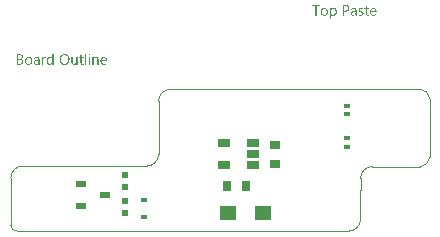
<source format=gtp>
G04*
G04 #@! TF.GenerationSoftware,Altium Limited,Altium Designer,22.2.1 (43)*
G04*
G04 Layer_Color=8421504*
%FSLAX44Y44*%
%MOMM*%
G71*
G04*
G04 #@! TF.SameCoordinates,2D2D779E-EA1F-4978-AE9C-AACCEBDA9B96*
G04*
G04*
G04 #@! TF.FilePolarity,Positive*
G04*
G01*
G75*
%ADD13C,0.0500*%
%ADD14R,0.9000X0.8000*%
%ADD15R,1.0000X0.7000*%
%ADD16R,0.8000X0.9000*%
%ADD17R,1.4500X1.2000*%
%ADD18R,0.6250X0.3250*%
%ADD19R,0.5500X0.5000*%
%ADD20R,0.5500X0.5000*%
%ADD21R,0.9000X0.6000*%
%ADD22R,0.6000X0.4000*%
G36*
X235555Y163888D02*
X235641Y163880D01*
X235743Y163873D01*
X235861Y163849D01*
X235995Y163825D01*
X236144Y163786D01*
X236293Y163739D01*
X236450Y163684D01*
X236607Y163614D01*
X236772Y163535D01*
X236929Y163433D01*
X237078Y163315D01*
X237227Y163182D01*
X237360Y163033D01*
X237368Y163025D01*
X237392Y162994D01*
X237423Y162946D01*
X237470Y162876D01*
X237517Y162789D01*
X237580Y162687D01*
X237643Y162562D01*
X237706Y162428D01*
X237768Y162271D01*
X237831Y162099D01*
X237894Y161910D01*
X237941Y161706D01*
X237988Y161487D01*
X238020Y161251D01*
X238043Y161000D01*
X238051Y160741D01*
Y160733D01*
Y160725D01*
Y160702D01*
Y160670D01*
X238043Y160584D01*
X238035Y160474D01*
X238027Y160341D01*
X238012Y160184D01*
X237988Y160011D01*
X237957Y159823D01*
X237910Y159627D01*
X237863Y159415D01*
X237800Y159203D01*
X237721Y158991D01*
X237635Y158779D01*
X237533Y158567D01*
X237407Y158371D01*
X237274Y158182D01*
X237266Y158174D01*
X237235Y158143D01*
X237195Y158096D01*
X237133Y158033D01*
X237054Y157963D01*
X236960Y157876D01*
X236842Y157790D01*
X236717Y157704D01*
X236575Y157617D01*
X236411Y157531D01*
X236238Y157445D01*
X236049Y157374D01*
X235846Y157311D01*
X235626Y157264D01*
X235390Y157233D01*
X235147Y157225D01*
X235092D01*
X235029Y157233D01*
X234943Y157240D01*
X234841Y157256D01*
X234723Y157280D01*
X234590Y157311D01*
X234441Y157358D01*
X234291Y157413D01*
X234135Y157484D01*
X233978Y157570D01*
X233813Y157672D01*
X233656Y157798D01*
X233507Y157939D01*
X233365Y158104D01*
X233232Y158292D01*
X233208D01*
Y154446D01*
X232188D01*
Y163747D01*
X233208D01*
Y162625D01*
X233232D01*
X233240Y162640D01*
X233271Y162680D01*
X233310Y162742D01*
X233373Y162821D01*
X233452Y162923D01*
X233546Y163025D01*
X233664Y163143D01*
X233789Y163260D01*
X233938Y163378D01*
X234103Y163496D01*
X234284Y163598D01*
X234480Y163700D01*
X234692Y163778D01*
X234927Y163841D01*
X235170Y163880D01*
X235437Y163896D01*
X235492D01*
X235555Y163888D01*
D02*
G37*
G36*
X259007D02*
X259077D01*
X259164Y163880D01*
X259258Y163873D01*
X259360Y163857D01*
X259595Y163825D01*
X259839Y163771D01*
X260098Y163700D01*
X260349Y163606D01*
Y162570D01*
X260341Y162578D01*
X260317Y162593D01*
X260278Y162609D01*
X260223Y162640D01*
X260160Y162680D01*
X260082Y162719D01*
X259988Y162758D01*
X259886Y162805D01*
X259768Y162844D01*
X259650Y162884D01*
X259517Y162923D01*
X259376Y162962D01*
X259219Y162994D01*
X259062Y163009D01*
X258905Y163025D01*
X258732Y163033D01*
X258630D01*
X258559Y163025D01*
X258481Y163017D01*
X258395Y163001D01*
X258214Y162962D01*
X258206D01*
X258175Y162954D01*
X258136Y162939D01*
X258081Y162915D01*
X257955Y162860D01*
X257822Y162782D01*
X257814Y162774D01*
X257798Y162758D01*
X257767Y162735D01*
X257727Y162703D01*
X257641Y162617D01*
X257563Y162499D01*
Y162491D01*
X257547Y162468D01*
X257539Y162436D01*
X257523Y162389D01*
X257508Y162342D01*
X257492Y162279D01*
X257484Y162209D01*
X257476Y162138D01*
Y162130D01*
Y162099D01*
X257484Y162052D01*
Y161989D01*
X257500Y161926D01*
X257516Y161856D01*
X257531Y161785D01*
X257563Y161714D01*
X257570Y161706D01*
X257578Y161683D01*
X257602Y161651D01*
X257633Y161612D01*
X257672Y161573D01*
X257712Y161518D01*
X257829Y161416D01*
X257837Y161408D01*
X257861Y161392D01*
X257900Y161369D01*
X257947Y161338D01*
X258010Y161306D01*
X258081Y161267D01*
X258167Y161220D01*
X258253Y161180D01*
X258261Y161173D01*
X258300Y161165D01*
X258347Y161141D01*
X258418Y161118D01*
X258504Y161078D01*
X258599Y161039D01*
X258701Y161000D01*
X258818Y160953D01*
X258826D01*
X258834Y160945D01*
X258858Y160937D01*
X258889Y160929D01*
X258967Y160898D01*
X259069Y160851D01*
X259187Y160804D01*
X259321Y160749D01*
X259454Y160686D01*
X259580Y160623D01*
X259587D01*
X259595Y160615D01*
X259635Y160592D01*
X259697Y160560D01*
X259776Y160513D01*
X259870Y160451D01*
X259964Y160388D01*
X260058Y160309D01*
X260153Y160231D01*
X260160Y160223D01*
X260192Y160192D01*
X260231Y160152D01*
X260286Y160089D01*
X260341Y160019D01*
X260404Y159933D01*
X260459Y159838D01*
X260514Y159736D01*
X260522Y159721D01*
X260537Y159689D01*
X260553Y159627D01*
X260576Y159548D01*
X260600Y159454D01*
X260623Y159344D01*
X260631Y159218D01*
X260639Y159077D01*
Y159069D01*
Y159053D01*
Y159030D01*
Y158999D01*
X260631Y158912D01*
X260616Y158794D01*
X260584Y158669D01*
X260553Y158528D01*
X260498Y158386D01*
X260427Y158253D01*
X260419Y158237D01*
X260388Y158198D01*
X260341Y158135D01*
X260278Y158049D01*
X260200Y157963D01*
X260105Y157860D01*
X259996Y157766D01*
X259870Y157672D01*
X259854Y157664D01*
X259807Y157633D01*
X259737Y157594D01*
X259642Y157547D01*
X259525Y157492D01*
X259383Y157437D01*
X259234Y157382D01*
X259069Y157335D01*
X259062D01*
X259046Y157327D01*
X259022D01*
X258991Y157319D01*
X258952Y157311D01*
X258905Y157303D01*
X258787Y157280D01*
X258638Y157256D01*
X258481Y157240D01*
X258308Y157233D01*
X258120Y157225D01*
X258026D01*
X257955Y157233D01*
X257869D01*
X257775Y157248D01*
X257657Y157256D01*
X257539Y157272D01*
X257406Y157295D01*
X257272Y157319D01*
X256990Y157382D01*
X256699Y157476D01*
X256558Y157539D01*
X256417Y157601D01*
Y158693D01*
X256425Y158685D01*
X256456Y158669D01*
X256503Y158638D01*
X256566Y158598D01*
X256644Y158551D01*
X256731Y158496D01*
X256840Y158441D01*
X256958Y158386D01*
X257092Y158331D01*
X257233Y158277D01*
X257382Y158222D01*
X257539Y158174D01*
X257712Y158135D01*
X257884Y158104D01*
X258065Y158088D01*
X258253Y158080D01*
X258308D01*
X258379Y158088D01*
X258465Y158096D01*
X258567Y158112D01*
X258677Y158127D01*
X258803Y158159D01*
X258928Y158190D01*
X259046Y158237D01*
X259172Y158300D01*
X259281Y158371D01*
X259383Y158457D01*
X259470Y158559D01*
X259540Y158677D01*
X259580Y158818D01*
X259595Y158897D01*
Y158975D01*
Y158983D01*
Y159022D01*
X259587Y159069D01*
X259580Y159124D01*
X259564Y159195D01*
X259548Y159265D01*
X259517Y159336D01*
X259478Y159407D01*
X259470Y159415D01*
X259454Y159438D01*
X259431Y159469D01*
X259399Y159517D01*
X259352Y159564D01*
X259305Y159619D01*
X259242Y159666D01*
X259172Y159721D01*
X259164Y159728D01*
X259140Y159744D01*
X259093Y159768D01*
X259038Y159807D01*
X258975Y159846D01*
X258897Y159886D01*
X258803Y159925D01*
X258708Y159964D01*
X258693Y159972D01*
X258661Y159980D01*
X258606Y160003D01*
X258536Y160035D01*
X258457Y160074D01*
X258355Y160113D01*
X258253Y160152D01*
X258143Y160199D01*
X258136D01*
X258128Y160207D01*
X258104Y160215D01*
X258073Y160231D01*
X257994Y160262D01*
X257892Y160301D01*
X257775Y160356D01*
X257649Y160411D01*
X257523Y160474D01*
X257398Y160537D01*
X257382Y160545D01*
X257343Y160568D01*
X257288Y160600D01*
X257209Y160647D01*
X257123Y160710D01*
X257037Y160772D01*
X256943Y160843D01*
X256856Y160921D01*
X256848Y160929D01*
X256825Y160961D01*
X256786Y161000D01*
X256738Y161063D01*
X256684Y161133D01*
X256629Y161220D01*
X256581Y161306D01*
X256534Y161408D01*
X256527Y161424D01*
X256519Y161455D01*
X256503Y161518D01*
X256487Y161589D01*
X256464Y161683D01*
X256448Y161793D01*
X256440Y161918D01*
X256432Y162052D01*
Y162059D01*
Y162075D01*
Y162099D01*
Y162130D01*
X256440Y162209D01*
X256456Y162318D01*
X256479Y162444D01*
X256519Y162578D01*
X256566Y162711D01*
X256636Y162844D01*
Y162852D01*
X256644Y162860D01*
X256676Y162899D01*
X256723Y162962D01*
X256778Y163048D01*
X256856Y163135D01*
X256950Y163229D01*
X257060Y163331D01*
X257178Y163417D01*
X257186D01*
X257194Y163425D01*
X257241Y163457D01*
X257311Y163496D01*
X257406Y163551D01*
X257523Y163606D01*
X257657Y163668D01*
X257806Y163723D01*
X257963Y163771D01*
X257971D01*
X257986Y163778D01*
X258010Y163786D01*
X258041Y163794D01*
X258081Y163802D01*
X258128Y163810D01*
X258237Y163833D01*
X258379Y163857D01*
X258528Y163880D01*
X258693Y163888D01*
X258865Y163896D01*
X258944D01*
X259007Y163888D01*
D02*
G37*
G36*
X252728D02*
X252783D01*
X252838Y163880D01*
X252908Y163873D01*
X252987Y163857D01*
X253152Y163825D01*
X253348Y163771D01*
X253544Y163700D01*
X253756Y163598D01*
X253968Y163472D01*
X254070Y163402D01*
X254172Y163315D01*
X254266Y163221D01*
X254360Y163127D01*
X254447Y163017D01*
X254525Y162892D01*
X254604Y162766D01*
X254674Y162625D01*
X254729Y162468D01*
X254784Y162303D01*
X254823Y162130D01*
X254855Y161934D01*
X254870Y161738D01*
X254878Y161518D01*
Y157374D01*
X253858D01*
Y158363D01*
X253834D01*
X253827Y158347D01*
X253803Y158316D01*
X253764Y158261D01*
X253709Y158182D01*
X253638Y158096D01*
X253552Y158002D01*
X253458Y157900D01*
X253340Y157798D01*
X253207Y157688D01*
X253065Y157586D01*
X252901Y157492D01*
X252728Y157405D01*
X252532Y157327D01*
X252327Y157272D01*
X252108Y157240D01*
X251872Y157225D01*
X251778D01*
X251715Y157233D01*
X251637Y157240D01*
X251543Y157248D01*
X251441Y157264D01*
X251331Y157288D01*
X251087Y157350D01*
X250970Y157390D01*
X250844Y157437D01*
X250719Y157492D01*
X250601Y157562D01*
X250491Y157641D01*
X250381Y157727D01*
X250373Y157735D01*
X250357Y157751D01*
X250334Y157782D01*
X250295Y157821D01*
X250256Y157868D01*
X250216Y157931D01*
X250161Y158002D01*
X250114Y158080D01*
X250067Y158174D01*
X250020Y158277D01*
X249973Y158386D01*
X249934Y158504D01*
X249895Y158630D01*
X249871Y158763D01*
X249855Y158912D01*
X249847Y159061D01*
Y159069D01*
Y159085D01*
Y159108D01*
X249855Y159140D01*
Y159179D01*
X249863Y159226D01*
X249879Y159344D01*
X249910Y159485D01*
X249957Y159642D01*
X250020Y159815D01*
X250114Y159995D01*
X250224Y160176D01*
X250357Y160356D01*
X250444Y160443D01*
X250530Y160529D01*
X250632Y160615D01*
X250734Y160694D01*
X250852Y160772D01*
X250978Y160843D01*
X251111Y160906D01*
X251260Y160969D01*
X251417Y161024D01*
X251582Y161071D01*
X251762Y161110D01*
X251951Y161141D01*
X253858Y161408D01*
Y161416D01*
Y161424D01*
Y161447D01*
Y161479D01*
X253850Y161557D01*
X253834Y161659D01*
X253819Y161785D01*
X253787Y161926D01*
X253748Y162067D01*
X253693Y162224D01*
X253623Y162374D01*
X253536Y162523D01*
X253434Y162656D01*
X253309Y162782D01*
X253152Y162884D01*
X252979Y162962D01*
X252885Y162994D01*
X252775Y163017D01*
X252665Y163025D01*
X252547Y163033D01*
X252492D01*
X252437Y163025D01*
X252351Y163017D01*
X252249Y163009D01*
X252131Y162994D01*
X251998Y162970D01*
X251857Y162939D01*
X251700Y162892D01*
X251535Y162844D01*
X251362Y162782D01*
X251182Y162703D01*
X251001Y162609D01*
X250821Y162507D01*
X250640Y162389D01*
X250467Y162248D01*
Y163292D01*
X250475Y163300D01*
X250507Y163315D01*
X250562Y163347D01*
X250632Y163386D01*
X250726Y163433D01*
X250828Y163480D01*
X250954Y163535D01*
X251095Y163598D01*
X251244Y163653D01*
X251409Y163708D01*
X251590Y163755D01*
X251778Y163802D01*
X251982Y163841D01*
X252186Y163873D01*
X252406Y163888D01*
X252634Y163896D01*
X252689D01*
X252728Y163888D01*
D02*
G37*
G36*
X245900Y166290D02*
X246002D01*
X246119Y166274D01*
X246261Y166259D01*
X246410Y166243D01*
X246582Y166211D01*
X246755Y166172D01*
X246936Y166125D01*
X247116Y166070D01*
X247304Y166000D01*
X247485Y165921D01*
X247658Y165827D01*
X247822Y165725D01*
X247979Y165599D01*
X247987Y165591D01*
X248011Y165568D01*
X248050Y165529D01*
X248105Y165474D01*
X248160Y165395D01*
X248231Y165309D01*
X248301Y165207D01*
X248380Y165089D01*
X248450Y164956D01*
X248521Y164814D01*
X248592Y164650D01*
X248647Y164477D01*
X248701Y164281D01*
X248741Y164077D01*
X248764Y163865D01*
X248772Y163629D01*
Y163614D01*
Y163574D01*
X248764Y163504D01*
X248756Y163417D01*
X248749Y163307D01*
X248725Y163182D01*
X248701Y163048D01*
X248662Y162892D01*
X248615Y162735D01*
X248560Y162562D01*
X248490Y162389D01*
X248403Y162216D01*
X248301Y162044D01*
X248183Y161871D01*
X248050Y161706D01*
X247893Y161549D01*
X247885Y161542D01*
X247854Y161518D01*
X247807Y161479D01*
X247736Y161424D01*
X247650Y161361D01*
X247540Y161290D01*
X247414Y161220D01*
X247273Y161149D01*
X247116Y161071D01*
X246936Y161000D01*
X246739Y160929D01*
X246535Y160867D01*
X246308Y160819D01*
X246064Y160772D01*
X245813Y160749D01*
X245539Y160741D01*
X244361D01*
Y157374D01*
X243317D01*
Y166298D01*
X245829D01*
X245900Y166290D01*
D02*
G37*
G36*
X223452Y165348D02*
X220878D01*
Y157374D01*
X219834D01*
Y165348D01*
X217260D01*
Y166298D01*
X223452D01*
Y165348D01*
D02*
G37*
G36*
X263559Y163747D02*
X265168D01*
Y162868D01*
X263559D01*
Y159281D01*
Y159273D01*
Y159250D01*
Y159218D01*
Y159179D01*
X263567Y159124D01*
X263575Y159061D01*
X263590Y158928D01*
X263614Y158771D01*
X263653Y158622D01*
X263708Y158481D01*
X263739Y158418D01*
X263779Y158363D01*
X263787Y158355D01*
X263818Y158324D01*
X263873Y158277D01*
X263951Y158229D01*
X264053Y158174D01*
X264179Y158135D01*
X264328Y158104D01*
X264501Y158088D01*
X264564D01*
X264634Y158096D01*
X264728Y158112D01*
X264830Y158143D01*
X264948Y158174D01*
X265058Y158229D01*
X265168Y158300D01*
Y157429D01*
X265160D01*
X265152Y157421D01*
X265129Y157413D01*
X265105Y157397D01*
X265019Y157366D01*
X264917Y157335D01*
X264775Y157303D01*
X264611Y157272D01*
X264422Y157248D01*
X264210Y157240D01*
X264140D01*
X264053Y157256D01*
X263951Y157272D01*
X263826Y157295D01*
X263685Y157343D01*
X263528Y157397D01*
X263378Y157476D01*
X263221Y157570D01*
X263064Y157696D01*
X262923Y157845D01*
X262860Y157931D01*
X262798Y158025D01*
X262743Y158127D01*
X262696Y158237D01*
X262648Y158355D01*
X262609Y158488D01*
X262578Y158622D01*
X262554Y158771D01*
X262546Y158928D01*
X262539Y159101D01*
Y162868D01*
X261448D01*
Y163747D01*
X262539D01*
Y165301D01*
X263559Y165631D01*
Y163747D01*
D02*
G37*
G36*
X269147Y163888D02*
X269233Y163880D01*
X269343Y163873D01*
X269461Y163857D01*
X269594Y163825D01*
X269736Y163794D01*
X269893Y163755D01*
X270050Y163700D01*
X270207Y163629D01*
X270371Y163551D01*
X270528Y163457D01*
X270678Y163347D01*
X270827Y163221D01*
X270960Y163080D01*
X270968Y163072D01*
X270991Y163041D01*
X271023Y162994D01*
X271070Y162931D01*
X271117Y162852D01*
X271180Y162750D01*
X271243Y162633D01*
X271306Y162499D01*
X271368Y162342D01*
X271431Y162177D01*
X271494Y161989D01*
X271541Y161793D01*
X271588Y161573D01*
X271619Y161345D01*
X271643Y161094D01*
X271651Y160835D01*
Y160301D01*
X267146D01*
Y160286D01*
Y160254D01*
X267153Y160199D01*
X267161Y160129D01*
X267169Y160035D01*
X267185Y159933D01*
X267201Y159823D01*
X267232Y159697D01*
X267303Y159430D01*
X267350Y159297D01*
X267405Y159156D01*
X267467Y159022D01*
X267538Y158889D01*
X267624Y158771D01*
X267719Y158653D01*
X267726Y158645D01*
X267742Y158630D01*
X267774Y158598D01*
X267821Y158567D01*
X267876Y158520D01*
X267946Y158473D01*
X268025Y158418D01*
X268111Y158371D01*
X268213Y158316D01*
X268331Y158261D01*
X268449Y158214D01*
X268590Y158167D01*
X268731Y158135D01*
X268888Y158104D01*
X269053Y158088D01*
X269226Y158080D01*
X269273D01*
X269328Y158088D01*
X269406D01*
X269500Y158104D01*
X269610Y158119D01*
X269736Y158143D01*
X269877Y158167D01*
X270026Y158206D01*
X270183Y158253D01*
X270348Y158308D01*
X270513Y158379D01*
X270685Y158457D01*
X270858Y158551D01*
X271031Y158661D01*
X271203Y158787D01*
Y157829D01*
X271196Y157821D01*
X271164Y157806D01*
X271117Y157774D01*
X271054Y157735D01*
X270968Y157688D01*
X270866Y157641D01*
X270748Y157586D01*
X270615Y157531D01*
X270458Y157468D01*
X270293Y157413D01*
X270112Y157366D01*
X269916Y157319D01*
X269704Y157280D01*
X269477Y157248D01*
X269233Y157233D01*
X268982Y157225D01*
X268920D01*
X268857Y157233D01*
X268762Y157240D01*
X268645Y157248D01*
X268511Y157272D01*
X268370Y157295D01*
X268213Y157335D01*
X268048Y157382D01*
X267876Y157437D01*
X267695Y157507D01*
X267522Y157586D01*
X267342Y157688D01*
X267177Y157806D01*
X267012Y157939D01*
X266863Y158088D01*
X266855Y158096D01*
X266832Y158127D01*
X266793Y158182D01*
X266745Y158253D01*
X266683Y158339D01*
X266620Y158449D01*
X266549Y158575D01*
X266479Y158724D01*
X266408Y158881D01*
X266337Y159069D01*
X266275Y159265D01*
X266212Y159485D01*
X266165Y159721D01*
X266125Y159972D01*
X266102Y160247D01*
X266094Y160529D01*
Y160537D01*
Y160545D01*
Y160568D01*
Y160592D01*
X266102Y160670D01*
X266110Y160780D01*
X266117Y160906D01*
X266141Y161047D01*
X266165Y161212D01*
X266196Y161392D01*
X266243Y161581D01*
X266298Y161777D01*
X266369Y161981D01*
X266447Y162185D01*
X266541Y162381D01*
X266659Y162585D01*
X266785Y162774D01*
X266934Y162954D01*
X266942Y162962D01*
X266973Y162994D01*
X267020Y163041D01*
X267083Y163103D01*
X267169Y163174D01*
X267271Y163253D01*
X267381Y163339D01*
X267515Y163425D01*
X267656Y163512D01*
X267821Y163598D01*
X267993Y163676D01*
X268174Y163747D01*
X268370Y163810D01*
X268582Y163857D01*
X268802Y163888D01*
X269029Y163896D01*
X269084D01*
X269147Y163888D01*
D02*
G37*
G36*
X227667D02*
X227769Y163880D01*
X227887Y163873D01*
X228028Y163849D01*
X228177Y163825D01*
X228342Y163786D01*
X228523Y163739D01*
X228703Y163684D01*
X228884Y163614D01*
X229072Y163527D01*
X229253Y163425D01*
X229433Y163307D01*
X229598Y163174D01*
X229755Y163017D01*
X229763Y163009D01*
X229786Y162978D01*
X229826Y162923D01*
X229881Y162852D01*
X229943Y162766D01*
X230006Y162656D01*
X230085Y162530D01*
X230155Y162381D01*
X230234Y162216D01*
X230304Y162036D01*
X230367Y161840D01*
X230430Y161620D01*
X230485Y161385D01*
X230524Y161133D01*
X230548Y160867D01*
X230555Y160584D01*
Y160576D01*
Y160568D01*
Y160545D01*
Y160513D01*
X230548Y160435D01*
X230540Y160333D01*
X230532Y160199D01*
X230508Y160050D01*
X230485Y159886D01*
X230446Y159705D01*
X230399Y159517D01*
X230344Y159312D01*
X230273Y159108D01*
X230194Y158904D01*
X230093Y158700D01*
X229975Y158504D01*
X229841Y158316D01*
X229692Y158135D01*
X229684Y158127D01*
X229653Y158096D01*
X229606Y158049D01*
X229535Y157994D01*
X229449Y157923D01*
X229347Y157845D01*
X229221Y157766D01*
X229080Y157680D01*
X228923Y157594D01*
X228750Y157515D01*
X228562Y157437D01*
X228358Y157366D01*
X228130Y157311D01*
X227895Y157264D01*
X227652Y157233D01*
X227385Y157225D01*
X227322D01*
X227251Y157233D01*
X227149Y157240D01*
X227031Y157248D01*
X226890Y157272D01*
X226741Y157295D01*
X226576Y157335D01*
X226396Y157382D01*
X226215Y157445D01*
X226027Y157515D01*
X225839Y157601D01*
X225650Y157704D01*
X225462Y157821D01*
X225289Y157955D01*
X225124Y158112D01*
X225116Y158119D01*
X225085Y158151D01*
X225046Y158206D01*
X224991Y158277D01*
X224928Y158363D01*
X224857Y158473D01*
X224787Y158598D01*
X224708Y158747D01*
X224630Y158904D01*
X224551Y159085D01*
X224481Y159281D01*
X224418Y159493D01*
X224363Y159713D01*
X224324Y159956D01*
X224292Y160215D01*
X224284Y160482D01*
Y160490D01*
Y160498D01*
Y160521D01*
Y160553D01*
X224292Y160639D01*
X224300Y160749D01*
X224308Y160882D01*
X224332Y161039D01*
X224355Y161212D01*
X224394Y161400D01*
X224442Y161597D01*
X224496Y161800D01*
X224567Y162013D01*
X224653Y162224D01*
X224755Y162428D01*
X224865Y162625D01*
X224999Y162813D01*
X225156Y162994D01*
X225163Y163001D01*
X225195Y163033D01*
X225250Y163080D01*
X225320Y163135D01*
X225407Y163205D01*
X225517Y163276D01*
X225642Y163362D01*
X225784Y163449D01*
X225940Y163527D01*
X226121Y163614D01*
X226317Y163684D01*
X226529Y163755D01*
X226757Y163810D01*
X227000Y163857D01*
X227259Y163888D01*
X227534Y163896D01*
X227597D01*
X227667Y163888D01*
D02*
G37*
G36*
X28652Y125156D02*
X28722Y125140D01*
X28793Y125116D01*
X28872Y125077D01*
X28950Y125030D01*
X29028Y124967D01*
X29036Y124959D01*
X29060Y124936D01*
X29091Y124897D01*
X29130Y124842D01*
X29162Y124771D01*
X29193Y124692D01*
X29217Y124598D01*
X29225Y124496D01*
Y124481D01*
Y124449D01*
X29217Y124402D01*
X29201Y124332D01*
X29178Y124261D01*
X29138Y124182D01*
X29091Y124104D01*
X29028Y124025D01*
X29021Y124017D01*
X28997Y123994D01*
X28950Y123963D01*
X28895Y123931D01*
X28824Y123900D01*
X28746Y123868D01*
X28660Y123845D01*
X28558Y123837D01*
X28510D01*
X28463Y123845D01*
X28393Y123861D01*
X28322Y123884D01*
X28244Y123916D01*
X28165Y123955D01*
X28087Y124017D01*
X28079Y124025D01*
X28055Y124049D01*
X28024Y124096D01*
X27992Y124151D01*
X27961Y124214D01*
X27930Y124300D01*
X27906Y124394D01*
X27898Y124496D01*
Y124512D01*
Y124543D01*
X27906Y124598D01*
X27922Y124661D01*
X27945Y124740D01*
X27977Y124818D01*
X28024Y124897D01*
X28087Y124967D01*
X28094Y124975D01*
X28118Y124999D01*
X28165Y125030D01*
X28220Y125069D01*
X28291Y125101D01*
X28369Y125132D01*
X28456Y125156D01*
X28558Y125163D01*
X28605D01*
X28652Y125156D01*
D02*
G37*
G36*
X-1746Y115847D02*
X-2766D01*
Y116922D01*
X-2790D01*
X-2798Y116907D01*
X-2821Y116868D01*
X-2868Y116812D01*
X-2923Y116734D01*
X-3002Y116640D01*
X-3088Y116538D01*
X-3198Y116428D01*
X-3331Y116310D01*
X-3473Y116193D01*
X-3637Y116083D01*
X-3818Y115981D01*
X-4014Y115886D01*
X-4226Y115808D01*
X-4462Y115753D01*
X-4713Y115714D01*
X-4979Y115698D01*
X-5034D01*
X-5097Y115706D01*
X-5176Y115714D01*
X-5278Y115722D01*
X-5396Y115745D01*
X-5529Y115769D01*
X-5670Y115808D01*
X-5819Y115847D01*
X-5976Y115910D01*
X-6133Y115973D01*
X-6298Y116059D01*
X-6455Y116153D01*
X-6612Y116271D01*
X-6761Y116404D01*
X-6902Y116553D01*
X-6910Y116561D01*
X-6934Y116593D01*
X-6965Y116640D01*
X-7012Y116711D01*
X-7067Y116797D01*
X-7130Y116899D01*
X-7193Y117024D01*
X-7256Y117166D01*
X-7326Y117323D01*
X-7389Y117495D01*
X-7452Y117692D01*
X-7507Y117896D01*
X-7554Y118115D01*
X-7585Y118359D01*
X-7609Y118610D01*
X-7617Y118877D01*
Y118884D01*
Y118892D01*
Y118916D01*
Y118947D01*
X-7609Y119026D01*
X-7601Y119136D01*
X-7593Y119277D01*
X-7577Y119426D01*
X-7554Y119599D01*
X-7515Y119787D01*
X-7475Y119983D01*
X-7420Y120195D01*
X-7358Y120399D01*
X-7279Y120619D01*
X-7193Y120823D01*
X-7083Y121027D01*
X-6965Y121223D01*
X-6824Y121412D01*
X-6816Y121420D01*
X-6785Y121451D01*
X-6738Y121498D01*
X-6675Y121561D01*
X-6596Y121632D01*
X-6502Y121718D01*
X-6384Y121804D01*
X-6259Y121891D01*
X-6110Y121977D01*
X-5953Y122063D01*
X-5780Y122150D01*
X-5592Y122220D01*
X-5388Y122283D01*
X-5168Y122330D01*
X-4940Y122361D01*
X-4697Y122369D01*
X-4642D01*
X-4571Y122361D01*
X-4485Y122354D01*
X-4375Y122338D01*
X-4250Y122314D01*
X-4116Y122283D01*
X-3967Y122244D01*
X-3810Y122189D01*
X-3653Y122118D01*
X-3496Y122032D01*
X-3339Y121930D01*
X-3190Y121812D01*
X-3041Y121679D01*
X-2907Y121514D01*
X-2790Y121333D01*
X-2766D01*
Y125281D01*
X-1746D01*
Y115847D01*
D02*
G37*
G36*
X34358Y122361D02*
X34428D01*
X34515Y122346D01*
X34617Y122330D01*
X34727Y122314D01*
X34844Y122283D01*
X34970Y122252D01*
X35103Y122205D01*
X35237Y122150D01*
X35370Y122079D01*
X35496Y122000D01*
X35621Y121914D01*
X35739Y121804D01*
X35849Y121686D01*
X35857Y121679D01*
X35872Y121655D01*
X35904Y121616D01*
X35935Y121561D01*
X35975Y121490D01*
X36022Y121404D01*
X36077Y121302D01*
X36131Y121192D01*
X36179Y121059D01*
X36233Y120917D01*
X36281Y120752D01*
X36320Y120580D01*
X36351Y120392D01*
X36383Y120187D01*
X36398Y119976D01*
X36406Y119740D01*
Y115847D01*
X35386D01*
Y119481D01*
Y119489D01*
Y119505D01*
Y119528D01*
Y119567D01*
X35378Y119614D01*
Y119669D01*
X35362Y119795D01*
X35339Y119952D01*
X35307Y120125D01*
X35260Y120305D01*
X35198Y120493D01*
X35119Y120682D01*
X35025Y120862D01*
X34907Y121035D01*
X34758Y121192D01*
X34593Y121318D01*
X34499Y121373D01*
X34389Y121420D01*
X34279Y121459D01*
X34162Y121482D01*
X34036Y121498D01*
X33902Y121506D01*
X33832D01*
X33777Y121498D01*
X33714Y121490D01*
X33636Y121475D01*
X33549Y121459D01*
X33463Y121435D01*
X33361Y121404D01*
X33259Y121365D01*
X33157Y121318D01*
X33047Y121263D01*
X32945Y121192D01*
X32835Y121114D01*
X32733Y121027D01*
X32639Y120925D01*
X32631Y120917D01*
X32615Y120902D01*
X32592Y120870D01*
X32560Y120823D01*
X32521Y120768D01*
X32482Y120698D01*
X32435Y120619D01*
X32388Y120533D01*
X32341Y120431D01*
X32294Y120321D01*
X32254Y120203D01*
X32215Y120077D01*
X32184Y119936D01*
X32160Y119795D01*
X32144Y119638D01*
X32136Y119481D01*
Y115847D01*
X31116D01*
Y122220D01*
X32136D01*
Y121161D01*
X32160D01*
X32168Y121176D01*
X32192Y121216D01*
X32239Y121271D01*
X32294Y121349D01*
X32372Y121443D01*
X32458Y121545D01*
X32568Y121655D01*
X32694Y121765D01*
X32835Y121875D01*
X32992Y121985D01*
X33165Y122087D01*
X33345Y122181D01*
X33549Y122259D01*
X33769Y122314D01*
X34004Y122354D01*
X34256Y122369D01*
X34303D01*
X34358Y122361D01*
D02*
G37*
G36*
X-8763Y122322D02*
X-8676D01*
X-8582Y122306D01*
X-8480Y122291D01*
X-8378Y122275D01*
X-8292Y122244D01*
Y121184D01*
X-8307Y121192D01*
X-8339Y121216D01*
X-8401Y121247D01*
X-8488Y121286D01*
X-8605Y121326D01*
X-8731Y121357D01*
X-8888Y121380D01*
X-9069Y121388D01*
X-9131D01*
X-9179Y121380D01*
X-9233Y121373D01*
X-9296Y121357D01*
X-9445Y121310D01*
X-9532Y121278D01*
X-9618Y121239D01*
X-9712Y121184D01*
X-9806Y121129D01*
X-9893Y121059D01*
X-9987Y120972D01*
X-10073Y120878D01*
X-10160Y120768D01*
X-10167Y120760D01*
X-10175Y120737D01*
X-10199Y120705D01*
X-10230Y120658D01*
X-10262Y120596D01*
X-10301Y120517D01*
X-10340Y120431D01*
X-10379Y120329D01*
X-10419Y120219D01*
X-10458Y120093D01*
X-10497Y119952D01*
X-10529Y119803D01*
X-10560Y119638D01*
X-10583Y119465D01*
X-10591Y119285D01*
X-10599Y119089D01*
Y115847D01*
X-11619D01*
Y122220D01*
X-10599D01*
Y120902D01*
X-10575D01*
Y120910D01*
X-10568Y120933D01*
X-10552Y120964D01*
X-10536Y121011D01*
X-10513Y121067D01*
X-10481Y121137D01*
X-10411Y121286D01*
X-10316Y121459D01*
X-10199Y121632D01*
X-10065Y121796D01*
X-9908Y121953D01*
X-9901Y121961D01*
X-9885Y121969D01*
X-9861Y121985D01*
X-9830Y122016D01*
X-9791Y122040D01*
X-9736Y122071D01*
X-9618Y122142D01*
X-9469Y122212D01*
X-9296Y122275D01*
X-9108Y122314D01*
X-9006Y122322D01*
X-8904Y122330D01*
X-8841D01*
X-8763Y122322D01*
D02*
G37*
G36*
X18574Y115847D02*
X17554D01*
Y116852D01*
X17530D01*
X17522Y116836D01*
X17499Y116805D01*
X17460Y116742D01*
X17413Y116671D01*
X17342Y116585D01*
X17256Y116491D01*
X17161Y116381D01*
X17044Y116279D01*
X16918Y116169D01*
X16769Y116067D01*
X16612Y115965D01*
X16431Y115878D01*
X16235Y115808D01*
X16031Y115745D01*
X15804Y115714D01*
X15560Y115698D01*
X15505D01*
X15466Y115706D01*
X15411D01*
X15348Y115714D01*
X15278Y115729D01*
X15207Y115737D01*
X15034Y115784D01*
X14838Y115839D01*
X14634Y115926D01*
X14532Y115981D01*
X14422Y116035D01*
X14312Y116106D01*
X14210Y116177D01*
X14108Y116263D01*
X14006Y116357D01*
X13904Y116467D01*
X13810Y116577D01*
X13724Y116703D01*
X13637Y116844D01*
X13567Y116993D01*
X13496Y117150D01*
X13433Y117323D01*
X13378Y117511D01*
X13339Y117715D01*
X13308Y117927D01*
X13292Y118162D01*
X13284Y118406D01*
Y122220D01*
X14297D01*
Y118571D01*
Y118563D01*
Y118547D01*
Y118524D01*
Y118484D01*
X14304Y118437D01*
Y118382D01*
X14320Y118257D01*
X14344Y118100D01*
X14375Y117935D01*
X14430Y117746D01*
X14493Y117566D01*
X14571Y117378D01*
X14673Y117189D01*
X14799Y117024D01*
X14948Y116868D01*
X15129Y116742D01*
X15223Y116687D01*
X15333Y116640D01*
X15450Y116601D01*
X15568Y116577D01*
X15702Y116561D01*
X15843Y116553D01*
X15913D01*
X15968Y116561D01*
X16031Y116569D01*
X16102Y116585D01*
X16188Y116601D01*
X16274Y116624D01*
X16369Y116648D01*
X16471Y116687D01*
X16573Y116734D01*
X16675Y116789D01*
X16777Y116852D01*
X16879Y116922D01*
X16973Y117009D01*
X17067Y117103D01*
X17075Y117111D01*
X17091Y117127D01*
X17114Y117158D01*
X17146Y117205D01*
X17177Y117260D01*
X17224Y117323D01*
X17263Y117401D01*
X17311Y117487D01*
X17358Y117590D01*
X17397Y117699D01*
X17444Y117817D01*
X17475Y117943D01*
X17507Y118084D01*
X17530Y118225D01*
X17546Y118382D01*
X17554Y118547D01*
Y122220D01*
X18574D01*
Y115847D01*
D02*
G37*
G36*
X29052D02*
X28032D01*
Y122220D01*
X29052D01*
Y115847D01*
D02*
G37*
G36*
X25968D02*
X24947D01*
Y125281D01*
X25968D01*
Y115847D01*
D02*
G37*
G36*
X-15693Y122361D02*
X-15638D01*
X-15583Y122354D01*
X-15512Y122346D01*
X-15434Y122330D01*
X-15269Y122299D01*
X-15073Y122244D01*
X-14877Y122173D01*
X-14665Y122071D01*
X-14453Y121945D01*
X-14351Y121875D01*
X-14249Y121789D01*
X-14154Y121694D01*
X-14060Y121600D01*
X-13974Y121490D01*
X-13895Y121365D01*
X-13817Y121239D01*
X-13746Y121098D01*
X-13691Y120941D01*
X-13636Y120776D01*
X-13597Y120603D01*
X-13566Y120407D01*
X-13550Y120211D01*
X-13542Y119991D01*
Y115847D01*
X-14563D01*
Y116836D01*
X-14586D01*
X-14594Y116820D01*
X-14618Y116789D01*
X-14657Y116734D01*
X-14712Y116656D01*
X-14782Y116569D01*
X-14869Y116475D01*
X-14963Y116373D01*
X-15081Y116271D01*
X-15214Y116161D01*
X-15355Y116059D01*
X-15520Y115965D01*
X-15693Y115878D01*
X-15889Y115800D01*
X-16093Y115745D01*
X-16313Y115714D01*
X-16548Y115698D01*
X-16643D01*
X-16705Y115706D01*
X-16784Y115714D01*
X-16878Y115722D01*
X-16980Y115737D01*
X-17090Y115761D01*
X-17333Y115824D01*
X-17451Y115863D01*
X-17577Y115910D01*
X-17702Y115965D01*
X-17820Y116035D01*
X-17930Y116114D01*
X-18040Y116200D01*
X-18047Y116208D01*
X-18063Y116224D01*
X-18087Y116255D01*
X-18126Y116294D01*
X-18165Y116342D01*
X-18204Y116404D01*
X-18259Y116475D01*
X-18306Y116553D01*
X-18354Y116648D01*
X-18401Y116750D01*
X-18448Y116860D01*
X-18487Y116977D01*
X-18526Y117103D01*
X-18550Y117236D01*
X-18565Y117386D01*
X-18573Y117535D01*
Y117542D01*
Y117558D01*
Y117582D01*
X-18565Y117613D01*
Y117652D01*
X-18558Y117699D01*
X-18542Y117817D01*
X-18511Y117958D01*
X-18463Y118115D01*
X-18401Y118288D01*
X-18306Y118469D01*
X-18197Y118649D01*
X-18063Y118830D01*
X-17977Y118916D01*
X-17890Y119002D01*
X-17788Y119089D01*
X-17686Y119167D01*
X-17569Y119246D01*
X-17443Y119316D01*
X-17310Y119379D01*
X-17161Y119442D01*
X-17004Y119497D01*
X-16839Y119544D01*
X-16658Y119583D01*
X-16470Y119614D01*
X-14563Y119881D01*
Y119889D01*
Y119897D01*
Y119921D01*
Y119952D01*
X-14570Y120030D01*
X-14586Y120133D01*
X-14602Y120258D01*
X-14633Y120399D01*
X-14672Y120541D01*
X-14727Y120698D01*
X-14798Y120847D01*
X-14884Y120996D01*
X-14986Y121129D01*
X-15112Y121255D01*
X-15269Y121357D01*
X-15442Y121435D01*
X-15536Y121467D01*
X-15646Y121490D01*
X-15756Y121498D01*
X-15873Y121506D01*
X-15928D01*
X-15983Y121498D01*
X-16070Y121490D01*
X-16172Y121482D01*
X-16289Y121467D01*
X-16423Y121443D01*
X-16564Y121412D01*
X-16721Y121365D01*
X-16886Y121318D01*
X-17059Y121255D01*
X-17239Y121176D01*
X-17420Y121082D01*
X-17600Y120980D01*
X-17781Y120862D01*
X-17953Y120721D01*
Y121765D01*
X-17945Y121773D01*
X-17914Y121789D01*
X-17859Y121820D01*
X-17788Y121859D01*
X-17694Y121906D01*
X-17592Y121953D01*
X-17467Y122008D01*
X-17325Y122071D01*
X-17176Y122126D01*
X-17011Y122181D01*
X-16831Y122228D01*
X-16643Y122275D01*
X-16438Y122314D01*
X-16234Y122346D01*
X-16015Y122361D01*
X-15787Y122369D01*
X-15732D01*
X-15693Y122361D01*
D02*
G37*
G36*
X-30009Y124763D02*
X-29915Y124755D01*
X-29805Y124740D01*
X-29679Y124724D01*
X-29538Y124700D01*
X-29397Y124669D01*
X-29247Y124630D01*
X-29090Y124583D01*
X-28941Y124528D01*
X-28784Y124465D01*
X-28643Y124386D01*
X-28502Y124300D01*
X-28368Y124198D01*
X-28361Y124190D01*
X-28337Y124174D01*
X-28305Y124143D01*
X-28266Y124096D01*
X-28211Y124041D01*
X-28156Y123970D01*
X-28094Y123892D01*
X-28031Y123806D01*
X-27968Y123704D01*
X-27905Y123594D01*
X-27850Y123468D01*
X-27795Y123343D01*
X-27756Y123201D01*
X-27725Y123052D01*
X-27701Y122895D01*
X-27693Y122730D01*
Y122723D01*
Y122699D01*
Y122660D01*
X-27701Y122605D01*
X-27709Y122534D01*
X-27717Y122464D01*
X-27725Y122377D01*
X-27740Y122283D01*
X-27795Y122071D01*
X-27866Y121851D01*
X-27913Y121734D01*
X-27968Y121624D01*
X-28031Y121514D01*
X-28101Y121404D01*
X-28109Y121396D01*
X-28117Y121380D01*
X-28141Y121349D01*
X-28180Y121310D01*
X-28219Y121271D01*
X-28266Y121216D01*
X-28329Y121161D01*
X-28392Y121098D01*
X-28470Y121035D01*
X-28557Y120964D01*
X-28651Y120902D01*
X-28753Y120831D01*
X-28863Y120768D01*
X-28973Y120713D01*
X-29232Y120611D01*
Y120588D01*
X-29224D01*
X-29192Y120580D01*
X-29145Y120572D01*
X-29083Y120564D01*
X-29004Y120548D01*
X-28918Y120525D01*
X-28816Y120493D01*
X-28714Y120462D01*
X-28486Y120376D01*
X-28361Y120321D01*
X-28243Y120250D01*
X-28125Y120180D01*
X-28007Y120101D01*
X-27890Y120007D01*
X-27787Y119905D01*
X-27780Y119897D01*
X-27764Y119881D01*
X-27740Y119850D01*
X-27701Y119803D01*
X-27662Y119740D01*
X-27615Y119677D01*
X-27568Y119591D01*
X-27513Y119505D01*
X-27466Y119403D01*
X-27419Y119285D01*
X-27371Y119167D01*
X-27332Y119034D01*
X-27293Y118884D01*
X-27269Y118735D01*
X-27254Y118579D01*
X-27246Y118406D01*
Y118390D01*
Y118359D01*
X-27254Y118296D01*
X-27262Y118217D01*
X-27269Y118115D01*
X-27293Y118006D01*
X-27317Y117880D01*
X-27348Y117746D01*
X-27395Y117597D01*
X-27450Y117448D01*
X-27513Y117299D01*
X-27591Y117142D01*
X-27685Y116985D01*
X-27795Y116836D01*
X-27921Y116695D01*
X-28070Y116553D01*
X-28078Y116546D01*
X-28109Y116522D01*
X-28156Y116491D01*
X-28219Y116444D01*
X-28298Y116389D01*
X-28400Y116334D01*
X-28510Y116263D01*
X-28635Y116200D01*
X-28784Y116138D01*
X-28941Y116075D01*
X-29106Y116012D01*
X-29295Y115957D01*
X-29491Y115910D01*
X-29695Y115878D01*
X-29915Y115855D01*
X-30142Y115847D01*
X-32740D01*
Y124771D01*
X-30095D01*
X-30009Y124763D01*
D02*
G37*
G36*
X21980Y122220D02*
X23589D01*
Y121341D01*
X21980D01*
Y117754D01*
Y117746D01*
Y117723D01*
Y117692D01*
Y117652D01*
X21988Y117597D01*
X21996Y117535D01*
X22012Y117401D01*
X22035Y117244D01*
X22075Y117095D01*
X22130Y116954D01*
X22161Y116891D01*
X22200Y116836D01*
X22208Y116828D01*
X22239Y116797D01*
X22294Y116750D01*
X22373Y116703D01*
X22475Y116648D01*
X22601Y116608D01*
X22750Y116577D01*
X22922Y116561D01*
X22985D01*
X23056Y116569D01*
X23150Y116585D01*
X23252Y116616D01*
X23370Y116648D01*
X23479Y116703D01*
X23589Y116773D01*
Y115902D01*
X23582D01*
X23574Y115894D01*
X23550Y115886D01*
X23527Y115871D01*
X23440Y115839D01*
X23338Y115808D01*
X23197Y115777D01*
X23032Y115745D01*
X22844Y115722D01*
X22632Y115714D01*
X22561D01*
X22475Y115729D01*
X22373Y115745D01*
X22247Y115769D01*
X22106Y115816D01*
X21949Y115871D01*
X21800Y115949D01*
X21643Y116043D01*
X21486Y116169D01*
X21345Y116318D01*
X21282Y116404D01*
X21219Y116499D01*
X21164Y116601D01*
X21117Y116711D01*
X21070Y116828D01*
X21031Y116962D01*
X20999Y117095D01*
X20976Y117244D01*
X20968Y117401D01*
X20960Y117574D01*
Y121341D01*
X19869D01*
Y122220D01*
X20960D01*
Y123774D01*
X21980Y124104D01*
Y122220D01*
D02*
G37*
G36*
X40950Y122361D02*
X41037Y122354D01*
X41147Y122346D01*
X41265Y122330D01*
X41398Y122299D01*
X41539Y122267D01*
X41696Y122228D01*
X41853Y122173D01*
X42010Y122102D01*
X42175Y122024D01*
X42332Y121930D01*
X42481Y121820D01*
X42630Y121694D01*
X42764Y121553D01*
X42771Y121545D01*
X42795Y121514D01*
X42826Y121467D01*
X42873Y121404D01*
X42920Y121326D01*
X42983Y121223D01*
X43046Y121106D01*
X43109Y120972D01*
X43172Y120815D01*
X43235Y120651D01*
X43297Y120462D01*
X43344Y120266D01*
X43391Y120046D01*
X43423Y119818D01*
X43446Y119567D01*
X43454Y119308D01*
Y118775D01*
X38949D01*
Y118759D01*
Y118728D01*
X38957Y118673D01*
X38965Y118602D01*
X38973Y118508D01*
X38988Y118406D01*
X39004Y118296D01*
X39035Y118170D01*
X39106Y117903D01*
X39153Y117770D01*
X39208Y117629D01*
X39271Y117495D01*
X39342Y117362D01*
X39428Y117244D01*
X39522Y117127D01*
X39530Y117119D01*
X39546Y117103D01*
X39577Y117072D01*
X39624Y117040D01*
X39679Y116993D01*
X39750Y116946D01*
X39828Y116891D01*
X39915Y116844D01*
X40016Y116789D01*
X40134Y116734D01*
X40252Y116687D01*
X40393Y116640D01*
X40535Y116608D01*
X40691Y116577D01*
X40856Y116561D01*
X41029Y116553D01*
X41076D01*
X41131Y116561D01*
X41210D01*
X41304Y116577D01*
X41414Y116593D01*
X41539Y116616D01*
X41680Y116640D01*
X41830Y116679D01*
X41986Y116726D01*
X42151Y116781D01*
X42316Y116852D01*
X42489Y116930D01*
X42661Y117024D01*
X42834Y117134D01*
X43007Y117260D01*
Y116302D01*
X42999Y116294D01*
X42968Y116279D01*
X42920Y116247D01*
X42858Y116208D01*
X42771Y116161D01*
X42669Y116114D01*
X42552Y116059D01*
X42418Y116004D01*
X42261Y115941D01*
X42096Y115886D01*
X41916Y115839D01*
X41720Y115792D01*
X41508Y115753D01*
X41280Y115722D01*
X41037Y115706D01*
X40786Y115698D01*
X40723D01*
X40660Y115706D01*
X40566Y115714D01*
X40448Y115722D01*
X40315Y115745D01*
X40174Y115769D01*
X40016Y115808D01*
X39852Y115855D01*
X39679Y115910D01*
X39499Y115981D01*
X39326Y116059D01*
X39145Y116161D01*
X38981Y116279D01*
X38816Y116412D01*
X38667Y116561D01*
X38659Y116569D01*
X38635Y116601D01*
X38596Y116656D01*
X38549Y116726D01*
X38486Y116812D01*
X38423Y116922D01*
X38353Y117048D01*
X38282Y117197D01*
X38211Y117354D01*
X38141Y117542D01*
X38078Y117739D01*
X38015Y117958D01*
X37968Y118194D01*
X37929Y118445D01*
X37905Y118720D01*
X37897Y119002D01*
Y119010D01*
Y119018D01*
Y119042D01*
Y119065D01*
X37905Y119144D01*
X37913Y119253D01*
X37921Y119379D01*
X37945Y119520D01*
X37968Y119685D01*
X37999Y119866D01*
X38047Y120054D01*
X38101Y120250D01*
X38172Y120454D01*
X38251Y120658D01*
X38345Y120855D01*
X38463Y121059D01*
X38588Y121247D01*
X38737Y121427D01*
X38745Y121435D01*
X38777Y121467D01*
X38823Y121514D01*
X38886Y121577D01*
X38973Y121647D01*
X39075Y121726D01*
X39185Y121812D01*
X39318Y121898D01*
X39459Y121985D01*
X39624Y122071D01*
X39797Y122150D01*
X39977Y122220D01*
X40174Y122283D01*
X40385Y122330D01*
X40605Y122361D01*
X40833Y122369D01*
X40888D01*
X40950Y122361D01*
D02*
G37*
G36*
X7822Y124912D02*
X7876D01*
X7932Y124904D01*
X8002D01*
X8159Y124881D01*
X8340Y124857D01*
X8544Y124818D01*
X8763Y124763D01*
X8991Y124700D01*
X9234Y124614D01*
X9478Y124512D01*
X9729Y124394D01*
X9980Y124253D01*
X10215Y124088D01*
X10451Y123892D01*
X10671Y123672D01*
X10686Y123657D01*
X10718Y123617D01*
X10773Y123547D01*
X10851Y123445D01*
X10930Y123319D01*
X11032Y123170D01*
X11134Y122997D01*
X11236Y122801D01*
X11338Y122573D01*
X11440Y122330D01*
X11542Y122063D01*
X11628Y121773D01*
X11699Y121459D01*
X11754Y121129D01*
X11785Y120784D01*
X11801Y120415D01*
Y120407D01*
Y120392D01*
Y120360D01*
Y120321D01*
X11793Y120266D01*
Y120203D01*
X11785Y120133D01*
Y120054D01*
X11777Y119968D01*
X11769Y119874D01*
X11738Y119662D01*
X11707Y119418D01*
X11659Y119167D01*
X11597Y118892D01*
X11518Y118610D01*
X11424Y118327D01*
X11314Y118037D01*
X11181Y117754D01*
X11024Y117472D01*
X10843Y117213D01*
X10639Y116962D01*
X10624Y116946D01*
X10584Y116907D01*
X10522Y116844D01*
X10427Y116765D01*
X10310Y116671D01*
X10168Y116561D01*
X10011Y116452D01*
X9823Y116334D01*
X9611Y116216D01*
X9376Y116098D01*
X9124Y115988D01*
X8850Y115894D01*
X8551Y115816D01*
X8238Y115753D01*
X7900Y115714D01*
X7547Y115698D01*
X7461D01*
X7421Y115706D01*
X7366D01*
X7304Y115714D01*
X7233Y115722D01*
X7068Y115737D01*
X6888Y115761D01*
X6676Y115800D01*
X6456Y115855D01*
X6213Y115918D01*
X5969Y116004D01*
X5718Y116106D01*
X5459Y116224D01*
X5208Y116365D01*
X4965Y116538D01*
X4721Y116726D01*
X4502Y116946D01*
X4486Y116962D01*
X4455Y117001D01*
X4400Y117072D01*
X4321Y117174D01*
X4235Y117299D01*
X4141Y117448D01*
X4038Y117621D01*
X3936Y117825D01*
X3827Y118045D01*
X3725Y118288D01*
X3630Y118555D01*
X3544Y118845D01*
X3466Y119159D01*
X3411Y119489D01*
X3379Y119834D01*
X3364Y120203D01*
Y120211D01*
Y120227D01*
Y120258D01*
Y120297D01*
X3371Y120352D01*
Y120407D01*
X3379Y120478D01*
Y120556D01*
X3387Y120643D01*
X3403Y120745D01*
X3426Y120949D01*
X3458Y121184D01*
X3513Y121435D01*
X3568Y121710D01*
X3646Y121985D01*
X3740Y122267D01*
X3850Y122558D01*
X3984Y122840D01*
X4141Y123115D01*
X4321Y123382D01*
X4525Y123633D01*
X4541Y123649D01*
X4580Y123688D01*
X4643Y123751D01*
X4737Y123837D01*
X4855Y123931D01*
X5004Y124041D01*
X5169Y124159D01*
X5357Y124277D01*
X5577Y124394D01*
X5812Y124512D01*
X6071Y124622D01*
X6354Y124716D01*
X6660Y124802D01*
X6982Y124865D01*
X7327Y124904D01*
X7696Y124920D01*
X7775D01*
X7822Y124912D01*
D02*
G37*
G36*
X-22623Y122361D02*
X-22521Y122354D01*
X-22403Y122346D01*
X-22262Y122322D01*
X-22113Y122299D01*
X-21948Y122259D01*
X-21768Y122212D01*
X-21587Y122157D01*
X-21407Y122087D01*
X-21218Y122000D01*
X-21038Y121898D01*
X-20857Y121781D01*
X-20692Y121647D01*
X-20535Y121490D01*
X-20528Y121482D01*
X-20504Y121451D01*
X-20465Y121396D01*
X-20410Y121326D01*
X-20347Y121239D01*
X-20284Y121129D01*
X-20206Y121004D01*
X-20135Y120855D01*
X-20057Y120690D01*
X-19986Y120509D01*
X-19923Y120313D01*
X-19860Y120093D01*
X-19806Y119858D01*
X-19766Y119607D01*
X-19743Y119340D01*
X-19735Y119057D01*
Y119049D01*
Y119042D01*
Y119018D01*
Y118987D01*
X-19743Y118908D01*
X-19751Y118806D01*
X-19758Y118673D01*
X-19782Y118524D01*
X-19806Y118359D01*
X-19845Y118178D01*
X-19892Y117990D01*
X-19947Y117786D01*
X-20017Y117582D01*
X-20096Y117378D01*
X-20198Y117174D01*
X-20316Y116977D01*
X-20449Y116789D01*
X-20598Y116608D01*
X-20606Y116601D01*
X-20637Y116569D01*
X-20684Y116522D01*
X-20755Y116467D01*
X-20842Y116397D01*
X-20944Y116318D01*
X-21069Y116240D01*
X-21210Y116153D01*
X-21367Y116067D01*
X-21540Y115988D01*
X-21728Y115910D01*
X-21932Y115839D01*
X-22160Y115784D01*
X-22396Y115737D01*
X-22639Y115706D01*
X-22906Y115698D01*
X-22968D01*
X-23039Y115706D01*
X-23141Y115714D01*
X-23259Y115722D01*
X-23400Y115745D01*
X-23549Y115769D01*
X-23714Y115808D01*
X-23895Y115855D01*
X-24075Y115918D01*
X-24264Y115988D01*
X-24452Y116075D01*
X-24640Y116177D01*
X-24829Y116294D01*
X-25001Y116428D01*
X-25166Y116585D01*
X-25174Y116593D01*
X-25205Y116624D01*
X-25245Y116679D01*
X-25299Y116750D01*
X-25362Y116836D01*
X-25433Y116946D01*
X-25504Y117072D01*
X-25582Y117221D01*
X-25661Y117378D01*
X-25739Y117558D01*
X-25810Y117754D01*
X-25872Y117966D01*
X-25927Y118186D01*
X-25967Y118429D01*
X-25998Y118688D01*
X-26006Y118955D01*
Y118963D01*
Y118971D01*
Y118994D01*
Y119026D01*
X-25998Y119112D01*
X-25990Y119222D01*
X-25982Y119355D01*
X-25959Y119512D01*
X-25935Y119685D01*
X-25896Y119874D01*
X-25849Y120070D01*
X-25794Y120274D01*
X-25723Y120486D01*
X-25637Y120698D01*
X-25535Y120902D01*
X-25425Y121098D01*
X-25292Y121286D01*
X-25135Y121467D01*
X-25127Y121475D01*
X-25096Y121506D01*
X-25041Y121553D01*
X-24970Y121608D01*
X-24883Y121679D01*
X-24774Y121749D01*
X-24648Y121836D01*
X-24507Y121922D01*
X-24350Y122000D01*
X-24169Y122087D01*
X-23973Y122157D01*
X-23761Y122228D01*
X-23534Y122283D01*
X-23290Y122330D01*
X-23031Y122361D01*
X-22757Y122369D01*
X-22694D01*
X-22623Y122361D01*
D02*
G37*
%LPC*%
G36*
X235186Y163033D02*
X235100D01*
X235037Y163025D01*
X234959Y163017D01*
X234872Y163001D01*
X234778Y162978D01*
X234668Y162954D01*
X234558Y162923D01*
X234441Y162884D01*
X234323Y162829D01*
X234205Y162774D01*
X234087Y162703D01*
X233970Y162617D01*
X233852Y162523D01*
X233750Y162413D01*
X233742Y162405D01*
X233726Y162381D01*
X233703Y162350D01*
X233664Y162303D01*
X233624Y162240D01*
X233577Y162169D01*
X233530Y162083D01*
X233483Y161989D01*
X233428Y161879D01*
X233381Y161761D01*
X233334Y161636D01*
X233295Y161494D01*
X233255Y161345D01*
X233232Y161196D01*
X233216Y161031D01*
X233208Y160859D01*
Y159972D01*
Y159964D01*
Y159940D01*
Y159893D01*
X233216Y159838D01*
X233224Y159768D01*
X233232Y159689D01*
X233248Y159603D01*
X233271Y159509D01*
X233334Y159297D01*
X233373Y159187D01*
X233420Y159069D01*
X233483Y158959D01*
X233554Y158842D01*
X233632Y158732D01*
X233718Y158630D01*
X233726Y158622D01*
X233742Y158606D01*
X233773Y158583D01*
X233813Y158543D01*
X233860Y158504D01*
X233923Y158457D01*
X233993Y158410D01*
X234079Y158355D01*
X234166Y158308D01*
X234268Y158253D01*
X234378Y158206D01*
X234488Y158167D01*
X234613Y158127D01*
X234747Y158104D01*
X234888Y158088D01*
X235029Y158080D01*
X235068D01*
X235116Y158088D01*
X235186D01*
X235257Y158104D01*
X235351Y158119D01*
X235453Y158143D01*
X235555Y158167D01*
X235673Y158206D01*
X235791Y158253D01*
X235908Y158308D01*
X236034Y158379D01*
X236152Y158457D01*
X236269Y158551D01*
X236379Y158661D01*
X236481Y158787D01*
X236489Y158794D01*
X236505Y158818D01*
X236528Y158857D01*
X236567Y158920D01*
X236607Y158991D01*
X236646Y159077D01*
X236693Y159187D01*
X236748Y159305D01*
X236795Y159438D01*
X236842Y159587D01*
X236882Y159744D01*
X236929Y159925D01*
X236960Y160113D01*
X236984Y160317D01*
X236999Y160537D01*
X237007Y160765D01*
Y160780D01*
Y160812D01*
Y160867D01*
X236999Y160937D01*
X236991Y161031D01*
X236984Y161133D01*
X236968Y161243D01*
X236944Y161369D01*
X236889Y161636D01*
X236850Y161777D01*
X236795Y161910D01*
X236740Y162052D01*
X236677Y162185D01*
X236599Y162311D01*
X236513Y162428D01*
X236505Y162436D01*
X236489Y162452D01*
X236465Y162483D01*
X236426Y162523D01*
X236371Y162570D01*
X236316Y162617D01*
X236246Y162672D01*
X236167Y162735D01*
X236073Y162789D01*
X235979Y162844D01*
X235869Y162892D01*
X235751Y162939D01*
X235618Y162978D01*
X235484Y163009D01*
X235343Y163025D01*
X235186Y163033D01*
D02*
G37*
G36*
X253858Y160592D02*
X252320Y160380D01*
X252312D01*
X252288Y160372D01*
X252249D01*
X252202Y160364D01*
X252147Y160348D01*
X252076Y160333D01*
X251919Y160301D01*
X251747Y160254D01*
X251574Y160192D01*
X251401Y160113D01*
X251323Y160074D01*
X251252Y160027D01*
X251237Y160011D01*
X251197Y159980D01*
X251134Y159917D01*
X251072Y159823D01*
X251009Y159697D01*
X250978Y159627D01*
X250946Y159548D01*
X250923Y159462D01*
X250907Y159360D01*
X250899Y159258D01*
X250891Y159140D01*
Y159132D01*
Y159116D01*
Y159093D01*
X250899Y159061D01*
X250907Y158975D01*
X250931Y158865D01*
X250970Y158747D01*
X251033Y158614D01*
X251111Y158488D01*
X251221Y158371D01*
X251229D01*
X251237Y158355D01*
X251284Y158324D01*
X251354Y158277D01*
X251456Y158229D01*
X251590Y158174D01*
X251739Y158127D01*
X251919Y158096D01*
X252116Y158080D01*
X252186D01*
X252241Y158088D01*
X252304Y158096D01*
X252383Y158112D01*
X252461Y158127D01*
X252555Y158151D01*
X252751Y158214D01*
X252853Y158253D01*
X252963Y158308D01*
X253065Y158371D01*
X253167Y158441D01*
X253269Y158520D01*
X253364Y158614D01*
X253371Y158622D01*
X253387Y158638D01*
X253411Y158669D01*
X253442Y158708D01*
X253481Y158763D01*
X253521Y158826D01*
X253568Y158897D01*
X253615Y158983D01*
X253654Y159077D01*
X253701Y159179D01*
X253740Y159289D01*
X253780Y159407D01*
X253811Y159532D01*
X253834Y159666D01*
X253850Y159807D01*
X253858Y159956D01*
Y160592D01*
D02*
G37*
G36*
X245586Y165348D02*
X244361D01*
Y161691D01*
X245554D01*
X245633Y161698D01*
X245719Y161706D01*
X245821Y161714D01*
X245939Y161730D01*
X246064Y161753D01*
X246331Y161808D01*
X246465Y161856D01*
X246606Y161903D01*
X246739Y161957D01*
X246865Y162020D01*
X246991Y162099D01*
X247100Y162185D01*
X247108Y162193D01*
X247124Y162209D01*
X247155Y162240D01*
X247187Y162279D01*
X247234Y162326D01*
X247281Y162389D01*
X247336Y162460D01*
X247391Y162546D01*
X247438Y162640D01*
X247493Y162742D01*
X247540Y162860D01*
X247587Y162986D01*
X247618Y163119D01*
X247650Y163260D01*
X247666Y163417D01*
X247673Y163582D01*
Y163590D01*
Y163606D01*
Y163629D01*
Y163661D01*
X247658Y163747D01*
X247642Y163857D01*
X247610Y163990D01*
X247563Y164139D01*
X247501Y164304D01*
X247414Y164469D01*
X247304Y164634D01*
X247163Y164791D01*
X247085Y164869D01*
X246998Y164940D01*
X246896Y165011D01*
X246794Y165073D01*
X246677Y165128D01*
X246551Y165183D01*
X246418Y165230D01*
X246276Y165270D01*
X246119Y165301D01*
X245954Y165332D01*
X245774Y165340D01*
X245586Y165348D01*
D02*
G37*
G36*
X269014Y163033D02*
X268943D01*
X268896Y163025D01*
X268833Y163017D01*
X268755Y163009D01*
X268676Y162994D01*
X268590Y162970D01*
X268394Y162907D01*
X268292Y162868D01*
X268190Y162813D01*
X268088Y162758D01*
X267978Y162687D01*
X267883Y162609D01*
X267781Y162515D01*
X267774Y162507D01*
X267758Y162491D01*
X267734Y162460D01*
X267703Y162421D01*
X267664Y162366D01*
X267617Y162311D01*
X267570Y162232D01*
X267515Y162154D01*
X267460Y162059D01*
X267412Y161957D01*
X267358Y161848D01*
X267311Y161730D01*
X267263Y161597D01*
X267224Y161463D01*
X267185Y161314D01*
X267161Y161165D01*
X270607D01*
Y161173D01*
Y161204D01*
Y161251D01*
X270599Y161314D01*
X270591Y161385D01*
X270583Y161471D01*
X270568Y161565D01*
X270552Y161667D01*
X270497Y161887D01*
X270419Y162122D01*
X270371Y162232D01*
X270317Y162342D01*
X270254Y162444D01*
X270175Y162538D01*
X270167Y162546D01*
X270160Y162562D01*
X270136Y162585D01*
X270097Y162617D01*
X270058Y162656D01*
X270003Y162695D01*
X269948Y162742D01*
X269877Y162789D01*
X269799Y162829D01*
X269712Y162876D01*
X269610Y162915D01*
X269508Y162954D01*
X269398Y162986D01*
X269280Y163009D01*
X269147Y163025D01*
X269014Y163033D01*
D02*
G37*
G36*
X227455D02*
X227416D01*
X227361Y163025D01*
X227290D01*
X227212Y163009D01*
X227118Y163001D01*
X227008Y162978D01*
X226890Y162946D01*
X226772Y162915D01*
X226647Y162868D01*
X226514Y162813D01*
X226388Y162750D01*
X226255Y162672D01*
X226129Y162585D01*
X226011Y162483D01*
X225901Y162366D01*
X225893Y162358D01*
X225878Y162334D01*
X225846Y162295D01*
X225815Y162240D01*
X225768Y162177D01*
X225721Y162091D01*
X225666Y161997D01*
X225619Y161887D01*
X225564Y161761D01*
X225509Y161620D01*
X225462Y161471D01*
X225415Y161306D01*
X225383Y161126D01*
X225352Y160937D01*
X225336Y160733D01*
X225328Y160521D01*
Y160506D01*
Y160474D01*
X225336Y160411D01*
Y160333D01*
X225344Y160239D01*
X225360Y160129D01*
X225375Y160003D01*
X225399Y159870D01*
X225430Y159728D01*
X225470Y159587D01*
X225517Y159438D01*
X225572Y159289D01*
X225634Y159140D01*
X225713Y158999D01*
X225799Y158857D01*
X225901Y158732D01*
X225909Y158724D01*
X225925Y158700D01*
X225964Y158669D01*
X226011Y158630D01*
X226066Y158583D01*
X226137Y158528D01*
X226223Y158465D01*
X226317Y158410D01*
X226419Y158347D01*
X226537Y158284D01*
X226663Y158229D01*
X226804Y158182D01*
X226953Y158143D01*
X227110Y158112D01*
X227275Y158088D01*
X227455Y158080D01*
X227502D01*
X227549Y158088D01*
X227620D01*
X227699Y158104D01*
X227793Y158112D01*
X227903Y158135D01*
X228020Y158159D01*
X228138Y158190D01*
X228264Y158237D01*
X228389Y158284D01*
X228515Y158347D01*
X228640Y158418D01*
X228758Y158504D01*
X228876Y158606D01*
X228978Y158716D01*
X228986Y158724D01*
X229002Y158747D01*
X229025Y158787D01*
X229064Y158834D01*
X229104Y158904D01*
X229151Y158983D01*
X229198Y159077D01*
X229245Y159187D01*
X229292Y159312D01*
X229347Y159446D01*
X229386Y159595D01*
X229425Y159760D01*
X229465Y159933D01*
X229488Y160129D01*
X229504Y160333D01*
X229512Y160545D01*
Y160560D01*
Y160600D01*
Y160662D01*
X229504Y160741D01*
X229496Y160843D01*
X229480Y160953D01*
X229465Y161086D01*
X229449Y161220D01*
X229378Y161518D01*
X229339Y161667D01*
X229284Y161824D01*
X229229Y161973D01*
X229151Y162115D01*
X229072Y162256D01*
X228978Y162381D01*
X228970Y162389D01*
X228954Y162413D01*
X228923Y162444D01*
X228876Y162483D01*
X228821Y162530D01*
X228758Y162585D01*
X228680Y162648D01*
X228585Y162711D01*
X228484Y162766D01*
X228374Y162829D01*
X228248Y162884D01*
X228115Y162931D01*
X227966Y162970D01*
X227808Y163001D01*
X227636Y163025D01*
X227455Y163033D01*
D02*
G37*
G36*
X-4571Y121506D02*
X-4611D01*
X-4658Y121498D01*
X-4728D01*
X-4807Y121482D01*
X-4893Y121467D01*
X-4995Y121451D01*
X-5105Y121420D01*
X-5223Y121388D01*
X-5340Y121341D01*
X-5458Y121286D01*
X-5584Y121216D01*
X-5702Y121137D01*
X-5819Y121051D01*
X-5937Y120941D01*
X-6039Y120823D01*
X-6047Y120815D01*
X-6063Y120792D01*
X-6086Y120752D01*
X-6125Y120698D01*
X-6165Y120627D01*
X-6204Y120541D01*
X-6259Y120446D01*
X-6306Y120329D01*
X-6353Y120203D01*
X-6400Y120062D01*
X-6447Y119905D01*
X-6486Y119740D01*
X-6526Y119552D01*
X-6549Y119363D01*
X-6565Y119151D01*
X-6573Y118932D01*
Y118916D01*
Y118884D01*
Y118822D01*
X-6565Y118751D01*
X-6557Y118657D01*
X-6549Y118547D01*
X-6533Y118429D01*
X-6510Y118296D01*
X-6447Y118021D01*
X-6408Y117872D01*
X-6361Y117731D01*
X-6298Y117590D01*
X-6227Y117448D01*
X-6149Y117315D01*
X-6063Y117189D01*
X-6055Y117181D01*
X-6039Y117166D01*
X-6008Y117134D01*
X-5968Y117087D01*
X-5914Y117040D01*
X-5851Y116985D01*
X-5780Y116930D01*
X-5694Y116875D01*
X-5599Y116812D01*
X-5497Y116758D01*
X-5388Y116703D01*
X-5262Y116656D01*
X-5129Y116616D01*
X-4987Y116585D01*
X-4838Y116561D01*
X-4681Y116553D01*
X-4642D01*
X-4595Y116561D01*
X-4540D01*
X-4469Y116569D01*
X-4383Y116585D01*
X-4289Y116608D01*
X-4187Y116632D01*
X-4077Y116663D01*
X-3967Y116703D01*
X-3849Y116750D01*
X-3739Y116812D01*
X-3622Y116883D01*
X-3512Y116962D01*
X-3402Y117056D01*
X-3300Y117166D01*
X-3292Y117174D01*
X-3276Y117197D01*
X-3253Y117228D01*
X-3214Y117276D01*
X-3174Y117338D01*
X-3127Y117409D01*
X-3080Y117495D01*
X-3033Y117597D01*
X-2986Y117699D01*
X-2931Y117817D01*
X-2892Y117951D01*
X-2853Y118084D01*
X-2813Y118233D01*
X-2790Y118390D01*
X-2774Y118555D01*
X-2766Y118728D01*
Y119662D01*
Y119669D01*
Y119693D01*
Y119740D01*
X-2774Y119795D01*
X-2782Y119858D01*
X-2790Y119936D01*
X-2805Y120023D01*
X-2829Y120117D01*
X-2892Y120321D01*
X-2931Y120431D01*
X-2978Y120541D01*
X-3041Y120651D01*
X-3112Y120760D01*
X-3190Y120870D01*
X-3276Y120972D01*
X-3284Y120980D01*
X-3300Y120996D01*
X-3331Y121019D01*
X-3370Y121059D01*
X-3418Y121098D01*
X-3480Y121145D01*
X-3551Y121192D01*
X-3629Y121239D01*
X-3716Y121286D01*
X-3818Y121341D01*
X-3920Y121380D01*
X-4038Y121420D01*
X-4163Y121459D01*
X-4289Y121482D01*
X-4430Y121498D01*
X-4571Y121506D01*
D02*
G37*
G36*
X-14563Y119065D02*
X-16101Y118853D01*
X-16109D01*
X-16132Y118845D01*
X-16172D01*
X-16219Y118837D01*
X-16274Y118822D01*
X-16344Y118806D01*
X-16501Y118775D01*
X-16674Y118728D01*
X-16847Y118665D01*
X-17019Y118586D01*
X-17098Y118547D01*
X-17168Y118500D01*
X-17184Y118484D01*
X-17223Y118453D01*
X-17286Y118390D01*
X-17349Y118296D01*
X-17412Y118170D01*
X-17443Y118100D01*
X-17474Y118021D01*
X-17498Y117935D01*
X-17514Y117833D01*
X-17522Y117731D01*
X-17529Y117613D01*
Y117605D01*
Y117590D01*
Y117566D01*
X-17522Y117535D01*
X-17514Y117448D01*
X-17490Y117338D01*
X-17451Y117221D01*
X-17388Y117087D01*
X-17310Y116962D01*
X-17200Y116844D01*
X-17192D01*
X-17184Y116828D01*
X-17137Y116797D01*
X-17066Y116750D01*
X-16964Y116703D01*
X-16831Y116648D01*
X-16682Y116601D01*
X-16501Y116569D01*
X-16305Y116553D01*
X-16234D01*
X-16179Y116561D01*
X-16117Y116569D01*
X-16038Y116585D01*
X-15960Y116601D01*
X-15865Y116624D01*
X-15669Y116687D01*
X-15567Y116726D01*
X-15457Y116781D01*
X-15355Y116844D01*
X-15253Y116915D01*
X-15151Y116993D01*
X-15057Y117087D01*
X-15049Y117095D01*
X-15034Y117111D01*
X-15010Y117142D01*
X-14979Y117181D01*
X-14939Y117236D01*
X-14900Y117299D01*
X-14853Y117370D01*
X-14806Y117456D01*
X-14767Y117550D01*
X-14720Y117652D01*
X-14680Y117762D01*
X-14641Y117880D01*
X-14610Y118006D01*
X-14586Y118139D01*
X-14570Y118280D01*
X-14563Y118429D01*
Y119065D01*
D02*
G37*
G36*
X-30338Y123821D02*
X-31696D01*
Y120941D01*
X-30542D01*
X-30487Y120949D01*
X-30417Y120957D01*
X-30331Y120964D01*
X-30236Y120972D01*
X-30134Y120996D01*
X-29922Y121043D01*
X-29695Y121114D01*
X-29585Y121161D01*
X-29475Y121216D01*
X-29373Y121278D01*
X-29279Y121349D01*
X-29271Y121357D01*
X-29255Y121365D01*
X-29232Y121396D01*
X-29200Y121427D01*
X-29161Y121467D01*
X-29122Y121522D01*
X-29075Y121585D01*
X-29028Y121655D01*
X-28988Y121734D01*
X-28941Y121820D01*
X-28902Y121914D01*
X-28863Y122016D01*
X-28831Y122134D01*
X-28808Y122252D01*
X-28792Y122385D01*
X-28784Y122518D01*
Y122534D01*
Y122573D01*
X-28792Y122636D01*
X-28808Y122723D01*
X-28839Y122824D01*
X-28871Y122934D01*
X-28926Y123052D01*
X-28996Y123170D01*
X-29090Y123295D01*
X-29200Y123413D01*
X-29341Y123523D01*
X-29506Y123617D01*
X-29601Y123664D01*
X-29703Y123704D01*
X-29813Y123735D01*
X-29930Y123766D01*
X-30056Y123790D01*
X-30197Y123806D01*
X-30338Y123821D01*
D02*
G37*
G36*
X-30495Y119999D02*
X-31696D01*
Y116789D01*
X-30189D01*
X-30126Y116797D01*
X-30048Y116805D01*
X-29962Y116812D01*
X-29860Y116828D01*
X-29750Y116844D01*
X-29522Y116891D01*
X-29287Y116969D01*
X-29169Y117024D01*
X-29059Y117079D01*
X-28957Y117142D01*
X-28855Y117221D01*
X-28847Y117228D01*
X-28831Y117244D01*
X-28808Y117268D01*
X-28776Y117299D01*
X-28737Y117346D01*
X-28690Y117401D01*
X-28651Y117464D01*
X-28596Y117535D01*
X-28549Y117621D01*
X-28510Y117707D01*
X-28463Y117809D01*
X-28423Y117911D01*
X-28392Y118029D01*
X-28368Y118155D01*
X-28353Y118280D01*
X-28345Y118421D01*
Y118429D01*
Y118437D01*
Y118461D01*
X-28353Y118492D01*
X-28361Y118571D01*
X-28376Y118665D01*
X-28408Y118790D01*
X-28455Y118924D01*
X-28525Y119065D01*
X-28612Y119214D01*
X-28729Y119355D01*
X-28792Y119426D01*
X-28871Y119497D01*
X-28949Y119567D01*
X-29043Y119630D01*
X-29145Y119693D01*
X-29255Y119756D01*
X-29373Y119803D01*
X-29499Y119850D01*
X-29640Y119897D01*
X-29789Y119928D01*
X-29946Y119960D01*
X-30119Y119983D01*
X-30299Y119991D01*
X-30495Y119999D01*
D02*
G37*
G36*
X40817Y121506D02*
X40746D01*
X40699Y121498D01*
X40637Y121490D01*
X40558Y121482D01*
X40480Y121467D01*
X40393Y121443D01*
X40197Y121380D01*
X40095Y121341D01*
X39993Y121286D01*
X39891Y121231D01*
X39781Y121161D01*
X39687Y121082D01*
X39585Y120988D01*
X39577Y120980D01*
X39561Y120964D01*
X39538Y120933D01*
X39506Y120894D01*
X39467Y120839D01*
X39420Y120784D01*
X39373Y120705D01*
X39318Y120627D01*
X39263Y120533D01*
X39216Y120431D01*
X39161Y120321D01*
X39114Y120203D01*
X39067Y120070D01*
X39028Y119936D01*
X38988Y119787D01*
X38965Y119638D01*
X42410D01*
Y119646D01*
Y119677D01*
Y119724D01*
X42403Y119787D01*
X42395Y119858D01*
X42387Y119944D01*
X42371Y120038D01*
X42355Y120140D01*
X42301Y120360D01*
X42222Y120596D01*
X42175Y120705D01*
X42120Y120815D01*
X42057Y120917D01*
X41979Y121011D01*
X41971Y121019D01*
X41963Y121035D01*
X41939Y121059D01*
X41900Y121090D01*
X41861Y121129D01*
X41806Y121168D01*
X41751Y121216D01*
X41680Y121263D01*
X41602Y121302D01*
X41516Y121349D01*
X41414Y121388D01*
X41312Y121427D01*
X41202Y121459D01*
X41084Y121482D01*
X40950Y121498D01*
X40817Y121506D01*
D02*
G37*
G36*
X7617Y123970D02*
X7555D01*
X7484Y123963D01*
X7382Y123955D01*
X7264Y123939D01*
X7123Y123916D01*
X6974Y123884D01*
X6809Y123845D01*
X6629Y123790D01*
X6440Y123727D01*
X6252Y123641D01*
X6064Y123547D01*
X5867Y123429D01*
X5687Y123295D01*
X5506Y123139D01*
X5334Y122958D01*
X5326Y122950D01*
X5294Y122911D01*
X5255Y122856D01*
X5200Y122778D01*
X5130Y122675D01*
X5059Y122550D01*
X4980Y122409D01*
X4902Y122244D01*
X4816Y122063D01*
X4737Y121859D01*
X4666Y121639D01*
X4596Y121404D01*
X4541Y121153D01*
X4502Y120878D01*
X4470Y120596D01*
X4462Y120289D01*
Y120282D01*
Y120274D01*
Y120250D01*
Y120219D01*
Y120180D01*
X4470Y120133D01*
X4478Y120015D01*
X4486Y119874D01*
X4509Y119717D01*
X4533Y119536D01*
X4572Y119340D01*
X4611Y119136D01*
X4674Y118916D01*
X4737Y118696D01*
X4823Y118476D01*
X4918Y118257D01*
X5035Y118037D01*
X5169Y117833D01*
X5318Y117637D01*
X5326Y117629D01*
X5357Y117597D01*
X5404Y117542D01*
X5475Y117480D01*
X5561Y117401D01*
X5663Y117323D01*
X5781Y117228D01*
X5914Y117134D01*
X6071Y117040D01*
X6236Y116954D01*
X6424Y116868D01*
X6621Y116789D01*
X6833Y116726D01*
X7060Y116679D01*
X7296Y116640D01*
X7547Y116632D01*
X7610D01*
X7688Y116640D01*
X7790Y116648D01*
X7916Y116663D01*
X8057Y116679D01*
X8214Y116711D01*
X8387Y116750D01*
X8567Y116805D01*
X8756Y116868D01*
X8952Y116946D01*
X9140Y117040D01*
X9336Y117142D01*
X9517Y117276D01*
X9697Y117425D01*
X9862Y117590D01*
X9870Y117597D01*
X9901Y117637D01*
X9941Y117692D01*
X9996Y117770D01*
X10058Y117864D01*
X10129Y117982D01*
X10208Y118123D01*
X10286Y118288D01*
X10365Y118469D01*
X10443Y118665D01*
X10514Y118884D01*
X10576Y119128D01*
X10631Y119387D01*
X10671Y119662D01*
X10702Y119960D01*
X10710Y120274D01*
Y120282D01*
Y120297D01*
Y120321D01*
Y120352D01*
Y120392D01*
X10702Y120446D01*
X10694Y120564D01*
X10686Y120713D01*
X10663Y120886D01*
X10639Y121074D01*
X10608Y121278D01*
X10561Y121490D01*
X10506Y121718D01*
X10443Y121945D01*
X10365Y122173D01*
X10270Y122393D01*
X10160Y122613D01*
X10035Y122817D01*
X9886Y123005D01*
X9878Y123013D01*
X9847Y123044D01*
X9799Y123091D01*
X9737Y123154D01*
X9650Y123233D01*
X9548Y123311D01*
X9431Y123398D01*
X9297Y123492D01*
X9140Y123578D01*
X8967Y123664D01*
X8787Y123751D01*
X8583Y123821D01*
X8363Y123884D01*
X8128Y123931D01*
X7884Y123963D01*
X7617Y123970D01*
D02*
G37*
G36*
X-22835Y121506D02*
X-22874D01*
X-22929Y121498D01*
X-23000D01*
X-23078Y121482D01*
X-23173Y121475D01*
X-23282Y121451D01*
X-23400Y121420D01*
X-23518Y121388D01*
X-23644Y121341D01*
X-23777Y121286D01*
X-23902Y121223D01*
X-24036Y121145D01*
X-24162Y121059D01*
X-24279Y120957D01*
X-24389Y120839D01*
X-24397Y120831D01*
X-24413Y120808D01*
X-24444Y120768D01*
X-24475Y120713D01*
X-24523Y120651D01*
X-24570Y120564D01*
X-24625Y120470D01*
X-24672Y120360D01*
X-24727Y120234D01*
X-24781Y120093D01*
X-24829Y119944D01*
X-24876Y119779D01*
X-24907Y119599D01*
X-24938Y119410D01*
X-24954Y119206D01*
X-24962Y118994D01*
Y118979D01*
Y118947D01*
X-24954Y118884D01*
Y118806D01*
X-24946Y118712D01*
X-24931Y118602D01*
X-24915Y118476D01*
X-24891Y118343D01*
X-24860Y118202D01*
X-24821Y118060D01*
X-24774Y117911D01*
X-24719Y117762D01*
X-24656Y117613D01*
X-24577Y117472D01*
X-24491Y117331D01*
X-24389Y117205D01*
X-24381Y117197D01*
X-24365Y117174D01*
X-24326Y117142D01*
X-24279Y117103D01*
X-24224Y117056D01*
X-24154Y117001D01*
X-24067Y116938D01*
X-23973Y116883D01*
X-23871Y116820D01*
X-23753Y116758D01*
X-23628Y116703D01*
X-23486Y116656D01*
X-23337Y116616D01*
X-23180Y116585D01*
X-23016Y116561D01*
X-22835Y116553D01*
X-22788D01*
X-22741Y116561D01*
X-22670D01*
X-22592Y116577D01*
X-22498Y116585D01*
X-22388Y116608D01*
X-22270Y116632D01*
X-22152Y116663D01*
X-22027Y116711D01*
X-21901Y116758D01*
X-21776Y116820D01*
X-21650Y116891D01*
X-21532Y116977D01*
X-21414Y117079D01*
X-21312Y117189D01*
X-21305Y117197D01*
X-21289Y117221D01*
X-21265Y117260D01*
X-21226Y117307D01*
X-21187Y117378D01*
X-21140Y117456D01*
X-21093Y117550D01*
X-21046Y117660D01*
X-20998Y117786D01*
X-20944Y117919D01*
X-20904Y118068D01*
X-20865Y118233D01*
X-20826Y118406D01*
X-20802Y118602D01*
X-20787Y118806D01*
X-20779Y119018D01*
Y119034D01*
Y119073D01*
Y119136D01*
X-20787Y119214D01*
X-20794Y119316D01*
X-20810Y119426D01*
X-20826Y119559D01*
X-20842Y119693D01*
X-20912Y119991D01*
X-20951Y120140D01*
X-21006Y120297D01*
X-21061Y120446D01*
X-21140Y120588D01*
X-21218Y120729D01*
X-21312Y120855D01*
X-21320Y120862D01*
X-21336Y120886D01*
X-21367Y120917D01*
X-21414Y120957D01*
X-21469Y121004D01*
X-21532Y121059D01*
X-21611Y121121D01*
X-21705Y121184D01*
X-21807Y121239D01*
X-21917Y121302D01*
X-22042Y121357D01*
X-22176Y121404D01*
X-22325Y121443D01*
X-22482Y121475D01*
X-22655Y121498D01*
X-22835Y121506D01*
D02*
G37*
%LPD*%
D13*
X-38000Y-20000D02*
G03*
X-33000Y-25000I5000J0D01*
G01*
Y-25000D02*
X248089Y-25000D01*
D02*
G03*
X258089Y-15000I0J10000D01*
G01*
Y9550D01*
X258100D02*
Y19550D01*
X268100Y29550D02*
G03*
X258100Y19550I0J-10000D01*
G01*
X268100Y29550D02*
X308600Y29550D01*
D02*
G03*
X316600Y37550I0J8000D01*
G01*
X316600D02*
Y86950D01*
X316600D02*
G03*
X308600Y94950I-8000J0D01*
G01*
X268100D01*
Y95000D02*
X97150Y95000D01*
Y95000D02*
G03*
X87150Y85000I0J-10000D01*
G01*
Y40000D01*
X77150Y30000D02*
G03*
X87150Y40000I0J10000D01*
G01*
X77150Y30000D02*
X-28000D01*
D02*
G03*
X-38000Y20000I0J-10000D01*
G01*
Y-20000D01*
D14*
X185297Y31689D02*
D03*
Y47689D02*
D03*
D15*
X142797Y30960D02*
D03*
Y49960D02*
D03*
X166797D02*
D03*
Y40460D02*
D03*
Y30960D02*
D03*
D16*
X145428Y13293D02*
D03*
X161428D02*
D03*
D17*
X146178Y-9778D02*
D03*
X175678D02*
D03*
D18*
X247000Y46498D02*
D03*
Y53498D02*
D03*
Y73717D02*
D03*
Y80717D02*
D03*
D19*
X58500Y-9750D02*
D03*
Y250D02*
D03*
D20*
X58500Y12500D02*
D03*
Y22500D02*
D03*
D21*
X21500Y-3750D02*
D03*
Y15250D02*
D03*
X41500Y5750D02*
D03*
D22*
X75000Y-13000D02*
D03*
Y1000D02*
D03*
M02*

</source>
